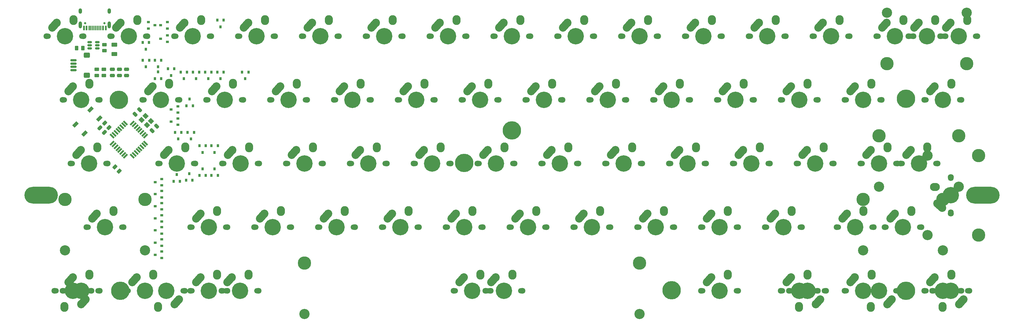
<source format=gbr>
G04 #@! TF.GenerationSoftware,KiCad,Pcbnew,(6.0.4)*
G04 #@! TF.CreationDate,2022-04-19T08:51:35+02:00*
G04 #@! TF.ProjectId,pcb,7063622e-6b69-4636-9164-5f7063625858,rev?*
G04 #@! TF.SameCoordinates,Original*
G04 #@! TF.FileFunction,Soldermask,Bot*
G04 #@! TF.FilePolarity,Negative*
%FSLAX46Y46*%
G04 Gerber Fmt 4.6, Leading zero omitted, Abs format (unit mm)*
G04 Created by KiCad (PCBNEW (6.0.4)) date 2022-04-19 08:51:35*
%MOMM*%
%LPD*%
G01*
G04 APERTURE LIST*
G04 Aperture macros list*
%AMRoundRect*
0 Rectangle with rounded corners*
0 $1 Rounding radius*
0 $2 $3 $4 $5 $6 $7 $8 $9 X,Y pos of 4 corners*
0 Add a 4 corners polygon primitive as box body*
4,1,4,$2,$3,$4,$5,$6,$7,$8,$9,$2,$3,0*
0 Add four circle primitives for the rounded corners*
1,1,$1+$1,$2,$3*
1,1,$1+$1,$4,$5*
1,1,$1+$1,$6,$7*
1,1,$1+$1,$8,$9*
0 Add four rect primitives between the rounded corners*
20,1,$1+$1,$2,$3,$4,$5,0*
20,1,$1+$1,$4,$5,$6,$7,0*
20,1,$1+$1,$6,$7,$8,$9,0*
20,1,$1+$1,$8,$9,$2,$3,0*%
%AMHorizOval*
0 Thick line with rounded ends*
0 $1 width*
0 $2 $3 position (X,Y) of the first rounded end (center of the circle)*
0 $4 $5 position (X,Y) of the second rounded end (center of the circle)*
0 Add line between two ends*
20,1,$1,$2,$3,$4,$5,0*
0 Add two circle primitives to create the rounded ends*
1,1,$1,$2,$3*
1,1,$1,$4,$5*%
%AMRotRect*
0 Rectangle, with rotation*
0 The origin of the aperture is its center*
0 $1 length*
0 $2 width*
0 $3 Rotation angle, in degrees counterclockwise*
0 Add horizontal line*
21,1,$1,$2,0,0,$3*%
G04 Aperture macros list end*
%ADD10O,10.000000X5.000000*%
%ADD11C,5.500000*%
%ADD12C,1.700000*%
%ADD13C,1.800000*%
%ADD14C,4.900000*%
%ADD15C,2.400000*%
%ADD16HorizOval,2.400000X-0.669131X-0.743145X0.669131X0.743145X0*%
%ADD17O,2.400000X2.950000*%
%ADD18C,3.048000*%
%ADD19C,3.987800*%
%ADD20HorizOval,2.400000X0.669131X0.743145X-0.669131X-0.743145X0*%
%ADD21HorizOval,2.400000X-0.743145X0.669131X0.743145X-0.669131X0*%
%ADD22O,2.950000X2.400000*%
%ADD23R,0.800000X0.900000*%
%ADD24R,0.900000X0.800000*%
%ADD25RoundRect,0.250000X0.475000X-0.250000X0.475000X0.250000X-0.475000X0.250000X-0.475000X-0.250000X0*%
%ADD26RoundRect,0.250000X0.159099X-0.512652X0.512652X-0.159099X-0.159099X0.512652X-0.512652X0.159099X0*%
%ADD27RoundRect,0.250000X0.503814X0.132583X0.132583X0.503814X-0.503814X-0.132583X-0.132583X-0.503814X0*%
%ADD28RoundRect,0.250000X0.262500X0.450000X-0.262500X0.450000X-0.262500X-0.450000X0.262500X-0.450000X0*%
%ADD29RoundRect,0.250000X-0.450000X0.262500X-0.450000X-0.262500X0.450000X-0.262500X0.450000X0.262500X0*%
%ADD30RoundRect,0.250000X0.512652X0.159099X0.159099X0.512652X-0.512652X-0.159099X-0.159099X-0.512652X0*%
%ADD31RotRect,1.600000X0.550000X225.000000*%
%ADD32RotRect,1.600000X0.550000X135.000000*%
%ADD33RotRect,1.400000X1.200000X315.000000*%
%ADD34RoundRect,0.150000X-0.775000X0.150000X-0.775000X-0.150000X0.775000X-0.150000X0.775000X0.150000X0*%
%ADD35RoundRect,0.332800X-0.567200X0.467200X-0.567200X-0.467200X0.567200X-0.467200X0.567200X0.467200X0*%
%ADD36RoundRect,0.150000X0.512500X0.150000X-0.512500X0.150000X-0.512500X-0.150000X0.512500X-0.150000X0*%
%ADD37RoundRect,0.250000X-0.625000X0.375000X-0.625000X-0.375000X0.625000X-0.375000X0.625000X0.375000X0*%
%ADD38C,0.650000*%
%ADD39R,0.600000X1.450000*%
%ADD40R,0.300000X1.450000*%
%ADD41O,1.000000X2.100000*%
%ADD42O,1.000000X1.600000*%
%ADD43RotRect,1.700000X1.000000X225.000000*%
%ADD44RoundRect,0.250000X-0.159099X0.512652X-0.512652X0.159099X0.159099X-0.512652X0.512652X-0.159099X0*%
G04 APERTURE END LIST*
D10*
X2381252Y-57125000D03*
X283368988Y-57125000D03*
D11*
X26030000Y-85720000D03*
X142875000Y-37750000D03*
X260430000Y-85725072D03*
X260425000Y-28227050D03*
X25600000Y-28575024D03*
X128587608Y-47425040D03*
X190500160Y-85525000D03*
D12*
X128270000Y-28575000D03*
D13*
X138850000Y-28575000D03*
D12*
X138430000Y-28575000D03*
D13*
X127850000Y-28575000D03*
D14*
X133350000Y-28575000D03*
D15*
X130850000Y-24575000D03*
D16*
X130219131Y-25281855D03*
D17*
X135850000Y-23775000D03*
D12*
X147955000Y-9525000D03*
D13*
X137375000Y-9525000D03*
D12*
X137795000Y-9525000D03*
D13*
X148375000Y-9525000D03*
D14*
X142875000Y-9525000D03*
D15*
X140375000Y-5525000D03*
D16*
X139744131Y-6231855D03*
D17*
X145375000Y-4725000D03*
D18*
X266858750Y-69056250D03*
X266858750Y-45243750D03*
D19*
X282098750Y-45243750D03*
X282098750Y-69056250D03*
D14*
X61912500Y-47625000D03*
D13*
X56412500Y-47625000D03*
D12*
X56832500Y-47625000D03*
X66992500Y-47625000D03*
D13*
X67412500Y-47625000D03*
D15*
X59412500Y-43625000D03*
D16*
X58781631Y-44331855D03*
D17*
X64412500Y-42825000D03*
D13*
X279343750Y-85725000D03*
X268343750Y-85725000D03*
D12*
X278923750Y-85725000D03*
D14*
X273843750Y-85725000D03*
D12*
X268763750Y-85725000D03*
D15*
X276343750Y-89725000D03*
D20*
X276974619Y-89018145D03*
D17*
X271343750Y-90525000D03*
D13*
X236550000Y-85725000D03*
D12*
X236130000Y-85725000D03*
X225970000Y-85725000D03*
D14*
X231050000Y-85725000D03*
D13*
X225550000Y-85725000D03*
D20*
X234180869Y-89018145D03*
D15*
X233550000Y-89725000D03*
D17*
X228550000Y-90525000D03*
D12*
X209232500Y-47625000D03*
X219392500Y-47625000D03*
D13*
X219812500Y-47625000D03*
D14*
X214312500Y-47625000D03*
D13*
X208812500Y-47625000D03*
D15*
X211812500Y-43625000D03*
D16*
X211181631Y-44331855D03*
D17*
X216812500Y-42825000D03*
D12*
X16351250Y-66675000D03*
D13*
X15931250Y-66675000D03*
D14*
X21431250Y-66675000D03*
D12*
X26511250Y-66675000D03*
D13*
X26931250Y-66675000D03*
D16*
X18300381Y-63381855D03*
D15*
X18931250Y-62675000D03*
D17*
X23931250Y-61875000D03*
D13*
X242160000Y-85690000D03*
D12*
X252740000Y-85690000D03*
X242580000Y-85690000D03*
D14*
X247660000Y-85690000D03*
D13*
X253160000Y-85690000D03*
D15*
X245160000Y-81690000D03*
D16*
X244529131Y-82396855D03*
D17*
X250160000Y-80890000D03*
D14*
X233362500Y-47625000D03*
D13*
X227862500Y-47625000D03*
D12*
X238442500Y-47625000D03*
X228282500Y-47625000D03*
D13*
X238862500Y-47625000D03*
D16*
X230231631Y-44331855D03*
D15*
X230862500Y-43625000D03*
D17*
X235862500Y-42825000D03*
D13*
X180237500Y-66675000D03*
D14*
X185737500Y-66675000D03*
D13*
X191237500Y-66675000D03*
D12*
X180657500Y-66675000D03*
X190817500Y-66675000D03*
D16*
X182606631Y-63381855D03*
D15*
X183237500Y-62675000D03*
D17*
X188237500Y-61875000D03*
D13*
X246912500Y-47625000D03*
X257912500Y-47625000D03*
D14*
X252412500Y-47625000D03*
D12*
X257492500Y-47625000D03*
X247332500Y-47625000D03*
D16*
X249281631Y-44331855D03*
D15*
X249912500Y-43625000D03*
D17*
X254912500Y-42825000D03*
D12*
X104457500Y-66675000D03*
D13*
X104037500Y-66675000D03*
D12*
X114617500Y-66675000D03*
D14*
X109537500Y-66675000D03*
D13*
X115037500Y-66675000D03*
D15*
X107037500Y-62675000D03*
D16*
X106406631Y-63381855D03*
D17*
X112037500Y-61875000D03*
D18*
X254793750Y-2540000D03*
X278606250Y-2540000D03*
D19*
X278606250Y-17780000D03*
X254793750Y-17780000D03*
D14*
X252412500Y-85725000D03*
D13*
X257912500Y-85725000D03*
D12*
X257492500Y-85725000D03*
D13*
X246912500Y-85725000D03*
D12*
X247332500Y-85725000D03*
D20*
X255543369Y-89018145D03*
D15*
X254912500Y-89725000D03*
D17*
X249912500Y-90525000D03*
D12*
X190182500Y-47625000D03*
D13*
X189762500Y-47625000D03*
D14*
X195262500Y-47625000D03*
D13*
X200762500Y-47625000D03*
D12*
X200342500Y-47625000D03*
D15*
X192762500Y-43625000D03*
D16*
X192131631Y-44331855D03*
D17*
X197762500Y-42825000D03*
D13*
X270725000Y-9525000D03*
X281725000Y-9525000D03*
D12*
X271145000Y-9525000D03*
D14*
X276225000Y-9525000D03*
D12*
X281305000Y-9525000D03*
D15*
X273725000Y-5525000D03*
D16*
X273094131Y-6231855D03*
D17*
X278725000Y-4725000D03*
D12*
X252730000Y-28575000D03*
D13*
X253150000Y-28575000D03*
D14*
X247650000Y-28575000D03*
D13*
X242150000Y-28575000D03*
D12*
X242570000Y-28575000D03*
D16*
X244519131Y-25281855D03*
D15*
X245150000Y-24575000D03*
D17*
X250150000Y-23775000D03*
D13*
X123087500Y-66675000D03*
D14*
X128587500Y-66675000D03*
D12*
X133667500Y-66675000D03*
D13*
X134087500Y-66675000D03*
D12*
X123507500Y-66675000D03*
D15*
X126087500Y-62675000D03*
D16*
X125456631Y-63381855D03*
D17*
X131087500Y-61875000D03*
D12*
X233680000Y-85725000D03*
D13*
X223100000Y-85725000D03*
X234100000Y-85725000D03*
D12*
X223520000Y-85725000D03*
D14*
X228600000Y-85725000D03*
D16*
X225469131Y-82431855D03*
D15*
X226100000Y-81725000D03*
D17*
X231100000Y-80925000D03*
D13*
X113562500Y-47625000D03*
D12*
X124142500Y-47625000D03*
D14*
X119062500Y-47625000D03*
D13*
X124562500Y-47625000D03*
D12*
X113982500Y-47625000D03*
D15*
X116562500Y-43625000D03*
D16*
X115931631Y-44331855D03*
D17*
X121562500Y-42825000D03*
D13*
X213575000Y-9525000D03*
D12*
X213995000Y-9525000D03*
X224155000Y-9525000D03*
D14*
X219075000Y-9525000D03*
D13*
X224575000Y-9525000D03*
D15*
X216575000Y-5525000D03*
D16*
X215944131Y-6231855D03*
D17*
X221575000Y-4725000D03*
D13*
X11168750Y-47625000D03*
X22168750Y-47625000D03*
D14*
X16668750Y-47625000D03*
D12*
X21748750Y-47625000D03*
X11588750Y-47625000D03*
D15*
X14168750Y-43625000D03*
D16*
X13537881Y-44331855D03*
D17*
X19168750Y-42825000D03*
D12*
X66357500Y-66675000D03*
D14*
X71437500Y-66675000D03*
D12*
X76517500Y-66675000D03*
D13*
X65937500Y-66675000D03*
X76937500Y-66675000D03*
D15*
X68937500Y-62675000D03*
D16*
X68306631Y-63381855D03*
D17*
X73937500Y-61875000D03*
D13*
X151662500Y-47625000D03*
D12*
X152082500Y-47625000D03*
D13*
X162662500Y-47625000D03*
D14*
X157162500Y-47625000D03*
D12*
X162242500Y-47625000D03*
D15*
X154662500Y-43625000D03*
D16*
X154031631Y-44331855D03*
D17*
X159662500Y-42825000D03*
D14*
X33337500Y-85725000D03*
D12*
X28257500Y-85725000D03*
X38417500Y-85725000D03*
D13*
X27837500Y-85725000D03*
X38837500Y-85725000D03*
D15*
X30837500Y-81725000D03*
D16*
X30206631Y-82431855D03*
D17*
X35837500Y-80925000D03*
D14*
X245268750Y-66675000D03*
D13*
X239768750Y-66675000D03*
D12*
X250348750Y-66675000D03*
X240188750Y-66675000D03*
D13*
X250768750Y-66675000D03*
D15*
X242768750Y-62675000D03*
D16*
X242137881Y-63381855D03*
D17*
X247768750Y-61875000D03*
D12*
X81280000Y-28575000D03*
D14*
X76200000Y-28575000D03*
D13*
X81700000Y-28575000D03*
D12*
X71120000Y-28575000D03*
D13*
X70700000Y-28575000D03*
D16*
X73069131Y-25281855D03*
D15*
X73700000Y-24575000D03*
D17*
X78700000Y-23775000D03*
D14*
X271462500Y-85725000D03*
D12*
X276542500Y-85725000D03*
X266382500Y-85725000D03*
D13*
X276962500Y-85725000D03*
X265962500Y-85725000D03*
D16*
X268331631Y-82431855D03*
D15*
X268962500Y-81725000D03*
D17*
X273962500Y-80925000D03*
D14*
X259556250Y-66675000D03*
D13*
X254056250Y-66675000D03*
D12*
X264636250Y-66675000D03*
X254476250Y-66675000D03*
D13*
X265056250Y-66675000D03*
D15*
X257056250Y-62675000D03*
D16*
X256425381Y-63381855D03*
D17*
X262056250Y-61875000D03*
D13*
X276962500Y-28575000D03*
X265962500Y-28575000D03*
D12*
X266382500Y-28575000D03*
D14*
X271462500Y-28575000D03*
D12*
X276542500Y-28575000D03*
D16*
X268331631Y-25281855D03*
D15*
X268962500Y-24575000D03*
D17*
X273962500Y-23775000D03*
D13*
X234100000Y-28575000D03*
X223100000Y-28575000D03*
D12*
X223520000Y-28575000D03*
X233680000Y-28575000D03*
D14*
X228600000Y-28575000D03*
D16*
X225469131Y-25281855D03*
D15*
X226100000Y-24575000D03*
D17*
X231100000Y-23775000D03*
D19*
X252412500Y-39370000D03*
X276225000Y-39370000D03*
D18*
X276225000Y-54610000D03*
X252412500Y-54610000D03*
D13*
X23075000Y-9525000D03*
D14*
X28575000Y-9525000D03*
D12*
X33655000Y-9525000D03*
D13*
X34075000Y-9525000D03*
D12*
X23495000Y-9525000D03*
D15*
X26075000Y-5525000D03*
D16*
X25444131Y-6231855D03*
D17*
X31075000Y-4725000D03*
D14*
X204787500Y-66675000D03*
D13*
X210287500Y-66675000D03*
D12*
X209867500Y-66675000D03*
D13*
X199287500Y-66675000D03*
D12*
X199707500Y-66675000D03*
D15*
X202287500Y-62675000D03*
D16*
X201656631Y-63381855D03*
D17*
X207287500Y-61875000D03*
D13*
X258818750Y-47625000D03*
D12*
X259238750Y-47625000D03*
X269398750Y-47625000D03*
D13*
X269818750Y-47625000D03*
D14*
X264318750Y-47625000D03*
D15*
X261818750Y-43625000D03*
D16*
X261187881Y-44331855D03*
D17*
X266818750Y-42825000D03*
D13*
X89750000Y-28575000D03*
X100750000Y-28575000D03*
D12*
X90170000Y-28575000D03*
X100330000Y-28575000D03*
D14*
X95250000Y-28575000D03*
D15*
X92750000Y-24575000D03*
D16*
X92119131Y-25281855D03*
D17*
X97750000Y-23775000D03*
D13*
X125468750Y-85725000D03*
D12*
X125888750Y-85725000D03*
D14*
X130968750Y-85725000D03*
D13*
X136468750Y-85725000D03*
D12*
X136048750Y-85725000D03*
D16*
X127837881Y-82431855D03*
D15*
X128468750Y-81725000D03*
D17*
X133468750Y-80925000D03*
D13*
X51650000Y-28575000D03*
X62650000Y-28575000D03*
D12*
X52070000Y-28575000D03*
D14*
X57150000Y-28575000D03*
D12*
X62230000Y-28575000D03*
D16*
X54019131Y-25281855D03*
D15*
X54650000Y-24575000D03*
D17*
X59650000Y-23775000D03*
D12*
X16917500Y-85725000D03*
D13*
X17337500Y-85725000D03*
X6337500Y-85725000D03*
D14*
X11837500Y-85725000D03*
D12*
X6757500Y-85725000D03*
D20*
X14968369Y-89018145D03*
D15*
X14337500Y-89725000D03*
D17*
X9337500Y-90525000D03*
D14*
X100012500Y-47625000D03*
D12*
X94932500Y-47625000D03*
X105092500Y-47625000D03*
D13*
X94512500Y-47625000D03*
X105512500Y-47625000D03*
D15*
X97512500Y-43625000D03*
D16*
X96881631Y-44331855D03*
D17*
X102512500Y-42825000D03*
D13*
X181712500Y-47625000D03*
X170712500Y-47625000D03*
D14*
X176212500Y-47625000D03*
D12*
X171132500Y-47625000D03*
X181292500Y-47625000D03*
D16*
X173081631Y-44331855D03*
D15*
X173712500Y-43625000D03*
D17*
X178712500Y-42825000D03*
D12*
X142557500Y-66675000D03*
D13*
X142137500Y-66675000D03*
D12*
X152717500Y-66675000D03*
D13*
X153137500Y-66675000D03*
D14*
X147637500Y-66675000D03*
D16*
X144506631Y-63381855D03*
D15*
X145137500Y-62675000D03*
D17*
X150137500Y-61875000D03*
D12*
X90805000Y-9525000D03*
D13*
X80225000Y-9525000D03*
D12*
X80645000Y-9525000D03*
D14*
X85725000Y-9525000D03*
D13*
X91225000Y-9525000D03*
D15*
X83225000Y-5525000D03*
D16*
X82594131Y-6231855D03*
D17*
X88225000Y-4725000D03*
D12*
X133032500Y-47625000D03*
D13*
X143612500Y-47625000D03*
D14*
X138112500Y-47625000D03*
D12*
X143192500Y-47625000D03*
D13*
X132612500Y-47625000D03*
D16*
X134981631Y-44331855D03*
D15*
X135612500Y-43625000D03*
D17*
X140612500Y-42825000D03*
D12*
X171767500Y-66675000D03*
D13*
X172187500Y-66675000D03*
X161187500Y-66675000D03*
D14*
X166687500Y-66675000D03*
D12*
X161607500Y-66675000D03*
D16*
X163556631Y-63381855D03*
D15*
X164187500Y-62675000D03*
D17*
X169187500Y-61875000D03*
D12*
X195580000Y-28575000D03*
D13*
X196000000Y-28575000D03*
D12*
X185420000Y-28575000D03*
D13*
X185000000Y-28575000D03*
D14*
X190500000Y-28575000D03*
D16*
X187369131Y-25281855D03*
D15*
X188000000Y-24575000D03*
D17*
X193000000Y-23775000D03*
D12*
X37782500Y-47625000D03*
D13*
X48362500Y-47625000D03*
D14*
X42862500Y-47625000D03*
D12*
X47942500Y-47625000D03*
D13*
X37362500Y-47625000D03*
D16*
X39731631Y-44331855D03*
D15*
X40362500Y-43625000D03*
D17*
X45362500Y-42825000D03*
D13*
X75462500Y-47625000D03*
D14*
X80962500Y-47625000D03*
D12*
X75882500Y-47625000D03*
X86042500Y-47625000D03*
D13*
X86462500Y-47625000D03*
D15*
X78462500Y-43625000D03*
D16*
X77831631Y-44331855D03*
D17*
X83462500Y-42825000D03*
D12*
X205105000Y-9525000D03*
X194945000Y-9525000D03*
D13*
X205525000Y-9525000D03*
X194525000Y-9525000D03*
D14*
X200025000Y-9525000D03*
D16*
X196894131Y-6231855D03*
D15*
X197525000Y-5525000D03*
D17*
X202525000Y-4725000D03*
D12*
X186055000Y-9525000D03*
D13*
X186475000Y-9525000D03*
X175475000Y-9525000D03*
D12*
X175895000Y-9525000D03*
D14*
X180975000Y-9525000D03*
D15*
X178475000Y-5525000D03*
D16*
X177844131Y-6231855D03*
D17*
X183475000Y-4725000D03*
D14*
X266700000Y-9525000D03*
D12*
X261620000Y-9525000D03*
D13*
X261200000Y-9525000D03*
X272200000Y-9525000D03*
D12*
X271780000Y-9525000D03*
D15*
X264200000Y-5525000D03*
D16*
X263569131Y-6231855D03*
D17*
X269200000Y-4725000D03*
D12*
X61595000Y-9525000D03*
D13*
X61175000Y-9525000D03*
D14*
X66675000Y-9525000D03*
D13*
X72175000Y-9525000D03*
D12*
X71755000Y-9525000D03*
D15*
X64175000Y-5525000D03*
D16*
X63544131Y-6231855D03*
D17*
X69175000Y-4725000D03*
D13*
X84987500Y-66675000D03*
D14*
X90487500Y-66675000D03*
D13*
X95987500Y-66675000D03*
D12*
X85407500Y-66675000D03*
X95567500Y-66675000D03*
D15*
X87987500Y-62675000D03*
D16*
X87356631Y-63381855D03*
D17*
X92987500Y-61875000D03*
D13*
X34237500Y-85725000D03*
X45237500Y-85725000D03*
D12*
X44817500Y-85725000D03*
X34657500Y-85725000D03*
D14*
X39737500Y-85725000D03*
D20*
X42868369Y-89018145D03*
D15*
X42237500Y-89725000D03*
D17*
X37237500Y-90525000D03*
D12*
X252095000Y-9525000D03*
D13*
X262675000Y-9525000D03*
D12*
X262255000Y-9525000D03*
D13*
X251675000Y-9525000D03*
D14*
X257175000Y-9525000D03*
D15*
X254675000Y-5525000D03*
D16*
X254044131Y-6231855D03*
D17*
X259675000Y-4725000D03*
D13*
X176950000Y-28575000D03*
D14*
X171450000Y-28575000D03*
D13*
X165950000Y-28575000D03*
D12*
X176530000Y-28575000D03*
X166370000Y-28575000D03*
D15*
X168950000Y-24575000D03*
D16*
X168319131Y-25281855D03*
D17*
X173950000Y-23775000D03*
D14*
X140493750Y-85725000D03*
D13*
X134993750Y-85725000D03*
D12*
X145573750Y-85725000D03*
X135413750Y-85725000D03*
D13*
X145993750Y-85725000D03*
D16*
X137362881Y-82431855D03*
D15*
X137993750Y-81725000D03*
D17*
X142993750Y-80925000D03*
D13*
X210287500Y-85725000D03*
X199287500Y-85725000D03*
D12*
X199707500Y-85725000D03*
X209867500Y-85725000D03*
D14*
X204787500Y-85725000D03*
D15*
X202287500Y-81725000D03*
D16*
X201656631Y-82431855D03*
D17*
X207287500Y-80925000D03*
D12*
X47307500Y-85725000D03*
D13*
X46887500Y-85725000D03*
X57887500Y-85725000D03*
D14*
X52387500Y-85725000D03*
D12*
X57467500Y-85725000D03*
D16*
X49256631Y-82431855D03*
D15*
X49887500Y-81725000D03*
D17*
X54887500Y-80925000D03*
D18*
X247650000Y-73660000D03*
D19*
X271462500Y-58420000D03*
X247650000Y-58420000D03*
D18*
X271462500Y-73660000D03*
D14*
X273843750Y-57150000D03*
D12*
X273843750Y-62230000D03*
X273843750Y-52070000D03*
D13*
X273843750Y-51650000D03*
X273843750Y-62650000D03*
D15*
X269843750Y-59650000D03*
D21*
X270550605Y-60280869D03*
D22*
X269043750Y-54650000D03*
D13*
X119800000Y-28575000D03*
D12*
X119380000Y-28575000D03*
X109220000Y-28575000D03*
D14*
X114300000Y-28575000D03*
D13*
X108800000Y-28575000D03*
D15*
X111800000Y-24575000D03*
D16*
X111169131Y-25281855D03*
D17*
X116800000Y-23775000D03*
D12*
X109855000Y-9525000D03*
X99695000Y-9525000D03*
D13*
X99275000Y-9525000D03*
D14*
X104775000Y-9525000D03*
D13*
X110275000Y-9525000D03*
D15*
X102275000Y-5525000D03*
D16*
X101644131Y-6231855D03*
D17*
X107275000Y-4725000D03*
D14*
X38100000Y-28575000D03*
D13*
X43600000Y-28575000D03*
D12*
X33020000Y-28575000D03*
D13*
X32600000Y-28575000D03*
D12*
X43180000Y-28575000D03*
D16*
X34969131Y-25281855D03*
D15*
X35600000Y-24575000D03*
D17*
X40600000Y-23775000D03*
D14*
X123825000Y-9525000D03*
D12*
X118745000Y-9525000D03*
D13*
X129325000Y-9525000D03*
X118325000Y-9525000D03*
D12*
X128905000Y-9525000D03*
D16*
X120694131Y-6231855D03*
D15*
X121325000Y-5525000D03*
D17*
X126325000Y-4725000D03*
D13*
X204050000Y-28575000D03*
D12*
X204470000Y-28575000D03*
D14*
X209550000Y-28575000D03*
D13*
X215050000Y-28575000D03*
D12*
X214630000Y-28575000D03*
D15*
X207050000Y-24575000D03*
D16*
X206419131Y-25281855D03*
D17*
X212050000Y-23775000D03*
D19*
X180975000Y-77470000D03*
D18*
X80962500Y-92710000D03*
X180975000Y-92710000D03*
D19*
X80962500Y-77470000D03*
D12*
X52705000Y-9525000D03*
D13*
X53125000Y-9525000D03*
D14*
X47625000Y-9525000D03*
D12*
X42545000Y-9525000D03*
D13*
X42125000Y-9525000D03*
D15*
X45125000Y-5525000D03*
D16*
X44494131Y-6231855D03*
D17*
X50125000Y-4725000D03*
D12*
X9207500Y-28575000D03*
X19367500Y-28575000D03*
D13*
X19787500Y-28575000D03*
X8787500Y-28575000D03*
D14*
X14287500Y-28575000D03*
D16*
X11156631Y-25281855D03*
D15*
X11787500Y-24575000D03*
D17*
X16787500Y-23775000D03*
D13*
X4025000Y-9525000D03*
D12*
X14605000Y-9525000D03*
D14*
X9525000Y-9525000D03*
D12*
X4445000Y-9525000D03*
D13*
X15025000Y-9525000D03*
D16*
X6394131Y-6231855D03*
D15*
X7025000Y-5525000D03*
D17*
X12025000Y-4725000D03*
D18*
X9525000Y-73660000D03*
D19*
X33337500Y-58420000D03*
X9525000Y-58420000D03*
D18*
X33337500Y-73660000D03*
D13*
X167425000Y-9525000D03*
D12*
X156845000Y-9525000D03*
D14*
X161925000Y-9525000D03*
D13*
X156425000Y-9525000D03*
D12*
X167005000Y-9525000D03*
D15*
X159425000Y-5525000D03*
D16*
X158794131Y-6231855D03*
D17*
X164425000Y-4725000D03*
D12*
X218757500Y-66675000D03*
X228917500Y-66675000D03*
D13*
X229337500Y-66675000D03*
X218337500Y-66675000D03*
D14*
X223837500Y-66675000D03*
D16*
X220706631Y-63381855D03*
D15*
X221337500Y-62675000D03*
D17*
X226337500Y-61875000D03*
D13*
X243625000Y-9525000D03*
X232625000Y-9525000D03*
D14*
X238125000Y-9525000D03*
D12*
X233045000Y-9525000D03*
X243205000Y-9525000D03*
D16*
X234994131Y-6231855D03*
D15*
X235625000Y-5525000D03*
D17*
X240625000Y-4725000D03*
D12*
X157480000Y-28575000D03*
X147320000Y-28575000D03*
D13*
X157900000Y-28575000D03*
X146900000Y-28575000D03*
D14*
X152400000Y-28575000D03*
D16*
X149269131Y-25281855D03*
D15*
X149900000Y-24575000D03*
D17*
X154900000Y-23775000D03*
D13*
X67250000Y-85725000D03*
D14*
X61750000Y-85725000D03*
D12*
X66830000Y-85725000D03*
D13*
X56250000Y-85725000D03*
D12*
X56670000Y-85725000D03*
D15*
X59250000Y-81725000D03*
D16*
X58619131Y-82431855D03*
D17*
X64250000Y-80925000D03*
D12*
X19367500Y-85725000D03*
X9207500Y-85725000D03*
D14*
X14287500Y-85725000D03*
D13*
X8787500Y-85725000D03*
X19787500Y-85725000D03*
D15*
X11787500Y-81725000D03*
D16*
X11156631Y-82431855D03*
D17*
X16787500Y-80925000D03*
D12*
X47307500Y-66675000D03*
D14*
X52387500Y-66675000D03*
D13*
X46887500Y-66675000D03*
X57887500Y-66675000D03*
D12*
X57467500Y-66675000D03*
D16*
X49256631Y-63381855D03*
D15*
X49887500Y-62675000D03*
D17*
X54887500Y-61875000D03*
D23*
X47550000Y-52650000D03*
X45650000Y-52650000D03*
X46600000Y-50650000D03*
D24*
X38400000Y-55850000D03*
X38400000Y-57750000D03*
X36400000Y-56800000D03*
D23*
X43800000Y-52950000D03*
X41900000Y-52950000D03*
X42850000Y-50950000D03*
D25*
X23650000Y-21300000D03*
X23650000Y-19400000D03*
D23*
X51300000Y-20250000D03*
X53200000Y-20250000D03*
X52250000Y-22250000D03*
D26*
X30428249Y-32921751D03*
X31771751Y-31578249D03*
D23*
X36300000Y-16700000D03*
X38200000Y-16700000D03*
X37250000Y-18700000D03*
D27*
X22645235Y-36845235D03*
X21354765Y-35554765D03*
D23*
X32700000Y-16700000D03*
X34600000Y-16700000D03*
X33650000Y-18700000D03*
D24*
X40050000Y-9300000D03*
X40050000Y-11200000D03*
X38050000Y-10250000D03*
X38400000Y-52250000D03*
X38400000Y-54150000D03*
X36400000Y-53200000D03*
D23*
X46100000Y-38300000D03*
X48000000Y-38300000D03*
X47050000Y-40300000D03*
X53200000Y-42300000D03*
X55100000Y-42300000D03*
X54150000Y-44300000D03*
D28*
X14812500Y-13050000D03*
X12987500Y-13050000D03*
D29*
X19000000Y-19437500D03*
X19000000Y-21262500D03*
D24*
X40050000Y-5300000D03*
X40050000Y-7200000D03*
X38050000Y-6250000D03*
D30*
X21221751Y-38321751D03*
X19878249Y-36978249D03*
D31*
X29600305Y-35496147D03*
X30165990Y-36061833D03*
X30731676Y-36627518D03*
X31297361Y-37193203D03*
X31863047Y-37758889D03*
X32428732Y-38324574D03*
X32994417Y-38890260D03*
X33560103Y-39455945D03*
D32*
X33560103Y-41506555D03*
X32994417Y-42072240D03*
X32428732Y-42637926D03*
X31863047Y-43203611D03*
X31297361Y-43769297D03*
X30731676Y-44334982D03*
X30165990Y-44900667D03*
X29600305Y-45466353D03*
D31*
X27549695Y-45466353D03*
X26984010Y-44900667D03*
X26418324Y-44334982D03*
X25852639Y-43769297D03*
X25286953Y-43203611D03*
X24721268Y-42637926D03*
X24155583Y-42072240D03*
X23589897Y-41506555D03*
D32*
X23589897Y-39455945D03*
X24155583Y-38890260D03*
X24721268Y-38324574D03*
X25286953Y-37758889D03*
X25852639Y-37193203D03*
X26418324Y-36627518D03*
X26984010Y-36061833D03*
X27549695Y-35496147D03*
D33*
X33573223Y-33371142D03*
X35128858Y-34926777D03*
X33926777Y-36128858D03*
X32371142Y-34573223D03*
D25*
X27850000Y-21300000D03*
X27850000Y-19400000D03*
D34*
X12000000Y-16700000D03*
X12000000Y-17700000D03*
X12000000Y-18700000D03*
X12000000Y-19700000D03*
D35*
X16025000Y-15200000D03*
X16025000Y-21200000D03*
D27*
X25645235Y-49895235D03*
X24354765Y-48604765D03*
D23*
X47650000Y-20250000D03*
X49550000Y-20250000D03*
X48600000Y-22250000D03*
D24*
X43200000Y-34150000D03*
X43200000Y-36050000D03*
X41200000Y-35100000D03*
D23*
X51500000Y-51200000D03*
X49600000Y-51200000D03*
X50550000Y-49200000D03*
D24*
X38400000Y-70350000D03*
X38400000Y-72250000D03*
X36400000Y-71300000D03*
X43200000Y-30500000D03*
X43200000Y-32400000D03*
X41200000Y-31450000D03*
D25*
X25750000Y-21300000D03*
X25750000Y-19400000D03*
D23*
X54950000Y-4700000D03*
X56850000Y-4700000D03*
X55900000Y-6700000D03*
X38200000Y-22200000D03*
X36300000Y-22200000D03*
X37250000Y-20200000D03*
D29*
X21300000Y-12037500D03*
X21300000Y-13862500D03*
D36*
X19112980Y-11266500D03*
X19112980Y-12216500D03*
X19112980Y-13166500D03*
X16837980Y-13166500D03*
X16837980Y-12216500D03*
X16837980Y-11266500D03*
D29*
X21100000Y-19437500D03*
X21100000Y-21262500D03*
D37*
X24250000Y-12050000D03*
X24250000Y-14850000D03*
D23*
X49600000Y-42300000D03*
X51500000Y-42300000D03*
X50550000Y-44300000D03*
D24*
X38400000Y-66700000D03*
X38400000Y-68600000D03*
X36400000Y-67650000D03*
X38400000Y-74000000D03*
X38400000Y-75900000D03*
X36400000Y-74950000D03*
D23*
X44000000Y-20250000D03*
X45900000Y-20250000D03*
X44950000Y-22250000D03*
D24*
X38400000Y-63100000D03*
X38400000Y-65000000D03*
X36400000Y-64050000D03*
X34360000Y-7200000D03*
X34360000Y-5300000D03*
X36360000Y-6250000D03*
X38400000Y-59450000D03*
X38400000Y-61350000D03*
X36400000Y-60400000D03*
D23*
X40200000Y-19300000D03*
X42100000Y-19300000D03*
X41150000Y-21300000D03*
D38*
X21290000Y-5635000D03*
X15510000Y-5635000D03*
D39*
X15150000Y-7080000D03*
X15950000Y-7080000D03*
D40*
X17150000Y-7080000D03*
X18150000Y-7080000D03*
X18650000Y-7080000D03*
X19650000Y-7080000D03*
D39*
X20850000Y-7080000D03*
X21650000Y-7080000D03*
X21650000Y-7080000D03*
X20850000Y-7080000D03*
D40*
X20150000Y-7080000D03*
X19150000Y-7080000D03*
X17650000Y-7080000D03*
X16650000Y-7080000D03*
D39*
X15950000Y-7080000D03*
X15150000Y-7080000D03*
D41*
X22720000Y-6165000D03*
D42*
X22720000Y-1985000D03*
X14080000Y-1985000D03*
D41*
X14080000Y-6165000D03*
D23*
X47650000Y-30350000D03*
X45750000Y-30350000D03*
X46700000Y-28350000D03*
X32690000Y-11430000D03*
X34590000Y-11430000D03*
X33640000Y-13430000D03*
D43*
X17083883Y-31479111D03*
X12629111Y-35933883D03*
X19770889Y-34166117D03*
X15316117Y-38620889D03*
D23*
X54950000Y-20250000D03*
X56850000Y-20250000D03*
X55900000Y-22250000D03*
D44*
X36821751Y-36478249D03*
X35478249Y-37821751D03*
D23*
X42350000Y-38300000D03*
X44250000Y-38300000D03*
X43300000Y-40300000D03*
X55100000Y-51200000D03*
X53200000Y-51200000D03*
X54150000Y-49200000D03*
X62350000Y-20250000D03*
X64250000Y-20250000D03*
X63300000Y-22250000D03*
M02*

</source>
